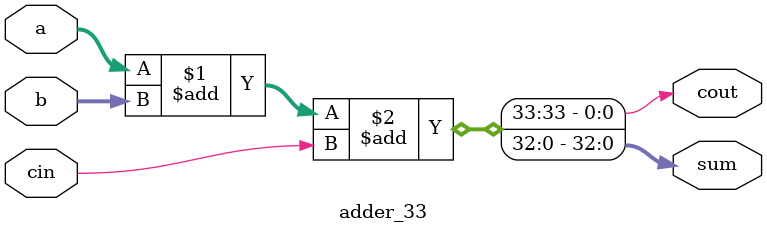
<source format=sv>
`timescale 1ns / 1ps


module adder_33(
    input [32:0]    a,
    input [32:0]    b,
    output [32:0]   sum,
    input           cin,
    output          cout
    );
    assign {cout, sum} = a + b + cin;
    
endmodule

</source>
